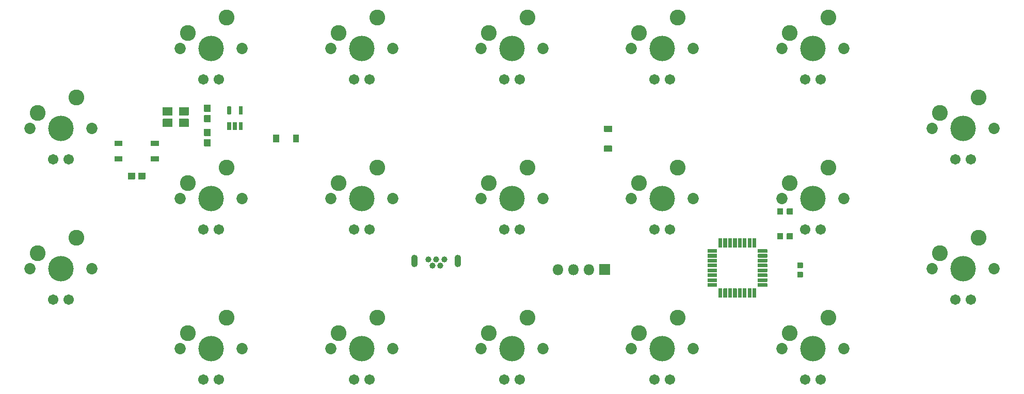
<source format=gbr>
%TF.GenerationSoftware,KiCad,Pcbnew,(5.1.9)-1*%
%TF.CreationDate,2021-03-22T18:36:52-04:00*%
%TF.ProjectId,DSKY_keyboard,44534b59-5f6b-4657-9962-6f6172642e6b,1.0*%
%TF.SameCoordinates,Original*%
%TF.FileFunction,Soldermask,Bot*%
%TF.FilePolarity,Negative*%
%FSLAX46Y46*%
G04 Gerber Fmt 4.6, Leading zero omitted, Abs format (unit mm)*
G04 Created by KiCad (PCBNEW (5.1.9)-1) date 2021-03-22 18:36:52*
%MOMM*%
%LPD*%
G01*
G04 APERTURE LIST*
%ADD10C,1.852600*%
%ADD11C,4.189400*%
%ADD12C,2.603200*%
%ADD13C,1.711200*%
%ADD14O,1.800000X1.800000*%
%ADD15O,1.070000X2.040000*%
%ADD16C,1.008000*%
G04 APERTURE END LIST*
%TO.C,U1*%
G36*
G01*
X185158099Y-98532201D02*
X185158099Y-99994199D01*
G75*
G02*
X185108099Y-100044199I-50000J0D01*
G01*
X184600899Y-100044199D01*
G75*
G02*
X184550899Y-99994199I0J50000D01*
G01*
X184550899Y-98532201D01*
G75*
G02*
X184600899Y-98482201I50000J0D01*
G01*
X185108099Y-98482201D01*
G75*
G02*
X185158099Y-98532201I0J-50000D01*
G01*
G37*
G36*
G01*
X184358099Y-98532201D02*
X184358099Y-99994199D01*
G75*
G02*
X184308099Y-100044199I-50000J0D01*
G01*
X183800899Y-100044199D01*
G75*
G02*
X183750899Y-99994199I0J50000D01*
G01*
X183750899Y-98532201D01*
G75*
G02*
X183800899Y-98482201I50000J0D01*
G01*
X184308099Y-98482201D01*
G75*
G02*
X184358099Y-98532201I0J-50000D01*
G01*
G37*
G36*
G01*
X183558100Y-98532201D02*
X183558100Y-99994199D01*
G75*
G02*
X183508100Y-100044199I-50000J0D01*
G01*
X183000900Y-100044199D01*
G75*
G02*
X182950900Y-99994199I0J50000D01*
G01*
X182950900Y-98532201D01*
G75*
G02*
X183000900Y-98482201I50000J0D01*
G01*
X183508100Y-98482201D01*
G75*
G02*
X183558100Y-98532201I0J-50000D01*
G01*
G37*
G36*
G01*
X182758099Y-98532201D02*
X182758099Y-99994199D01*
G75*
G02*
X182708099Y-100044199I-50000J0D01*
G01*
X182200899Y-100044199D01*
G75*
G02*
X182150899Y-99994199I0J50000D01*
G01*
X182150899Y-98532201D01*
G75*
G02*
X182200899Y-98482201I50000J0D01*
G01*
X182708099Y-98482201D01*
G75*
G02*
X182758099Y-98532201I0J-50000D01*
G01*
G37*
G36*
G01*
X181958101Y-98532201D02*
X181958101Y-99994199D01*
G75*
G02*
X181908101Y-100044199I-50000J0D01*
G01*
X181400901Y-100044199D01*
G75*
G02*
X181350901Y-99994199I0J50000D01*
G01*
X181350901Y-98532201D01*
G75*
G02*
X181400901Y-98482201I50000J0D01*
G01*
X181908101Y-98482201D01*
G75*
G02*
X181958101Y-98532201I0J-50000D01*
G01*
G37*
G36*
G01*
X181158100Y-98532201D02*
X181158100Y-99994199D01*
G75*
G02*
X181108100Y-100044199I-50000J0D01*
G01*
X180600900Y-100044199D01*
G75*
G02*
X180550900Y-99994199I0J50000D01*
G01*
X180550900Y-98532201D01*
G75*
G02*
X180600900Y-98482201I50000J0D01*
G01*
X181108100Y-98482201D01*
G75*
G02*
X181158100Y-98532201I0J-50000D01*
G01*
G37*
G36*
G01*
X180358099Y-98532201D02*
X180358099Y-99994199D01*
G75*
G02*
X180308099Y-100044199I-50000J0D01*
G01*
X179800899Y-100044199D01*
G75*
G02*
X179750899Y-99994199I0J50000D01*
G01*
X179750899Y-98532201D01*
G75*
G02*
X179800899Y-98482201I50000J0D01*
G01*
X180308099Y-98482201D01*
G75*
G02*
X180358099Y-98532201I0J-50000D01*
G01*
G37*
G36*
G01*
X179558101Y-98532201D02*
X179558101Y-99994199D01*
G75*
G02*
X179508101Y-100044199I-50000J0D01*
G01*
X179000901Y-100044199D01*
G75*
G02*
X178950901Y-99994199I0J50000D01*
G01*
X178950901Y-98532201D01*
G75*
G02*
X179000901Y-98482201I50000J0D01*
G01*
X179508101Y-98482201D01*
G75*
G02*
X179558101Y-98532201I0J-50000D01*
G01*
G37*
G36*
G01*
X178670699Y-100881601D02*
X177208701Y-100881601D01*
G75*
G02*
X177158701Y-100831601I0J50000D01*
G01*
X177158701Y-100324401D01*
G75*
G02*
X177208701Y-100274401I50000J0D01*
G01*
X178670699Y-100274401D01*
G75*
G02*
X178720699Y-100324401I0J-50000D01*
G01*
X178720699Y-100831601D01*
G75*
G02*
X178670699Y-100881601I-50000J0D01*
G01*
G37*
G36*
G01*
X178670699Y-101681601D02*
X177208701Y-101681601D01*
G75*
G02*
X177158701Y-101631601I0J50000D01*
G01*
X177158701Y-101124401D01*
G75*
G02*
X177208701Y-101074401I50000J0D01*
G01*
X178670699Y-101074401D01*
G75*
G02*
X178720699Y-101124401I0J-50000D01*
G01*
X178720699Y-101631601D01*
G75*
G02*
X178670699Y-101681601I-50000J0D01*
G01*
G37*
G36*
G01*
X178670699Y-102481600D02*
X177208701Y-102481600D01*
G75*
G02*
X177158701Y-102431600I0J50000D01*
G01*
X177158701Y-101924400D01*
G75*
G02*
X177208701Y-101874400I50000J0D01*
G01*
X178670699Y-101874400D01*
G75*
G02*
X178720699Y-101924400I0J-50000D01*
G01*
X178720699Y-102431600D01*
G75*
G02*
X178670699Y-102481600I-50000J0D01*
G01*
G37*
G36*
G01*
X178670699Y-103281601D02*
X177208701Y-103281601D01*
G75*
G02*
X177158701Y-103231601I0J50000D01*
G01*
X177158701Y-102724401D01*
G75*
G02*
X177208701Y-102674401I50000J0D01*
G01*
X178670699Y-102674401D01*
G75*
G02*
X178720699Y-102724401I0J-50000D01*
G01*
X178720699Y-103231601D01*
G75*
G02*
X178670699Y-103281601I-50000J0D01*
G01*
G37*
G36*
G01*
X178670699Y-104081599D02*
X177208701Y-104081599D01*
G75*
G02*
X177158701Y-104031599I0J50000D01*
G01*
X177158701Y-103524399D01*
G75*
G02*
X177208701Y-103474399I50000J0D01*
G01*
X178670699Y-103474399D01*
G75*
G02*
X178720699Y-103524399I0J-50000D01*
G01*
X178720699Y-104031599D01*
G75*
G02*
X178670699Y-104081599I-50000J0D01*
G01*
G37*
G36*
G01*
X178670699Y-104881600D02*
X177208701Y-104881600D01*
G75*
G02*
X177158701Y-104831600I0J50000D01*
G01*
X177158701Y-104324400D01*
G75*
G02*
X177208701Y-104274400I50000J0D01*
G01*
X178670699Y-104274400D01*
G75*
G02*
X178720699Y-104324400I0J-50000D01*
G01*
X178720699Y-104831600D01*
G75*
G02*
X178670699Y-104881600I-50000J0D01*
G01*
G37*
G36*
G01*
X178670699Y-105681601D02*
X177208701Y-105681601D01*
G75*
G02*
X177158701Y-105631601I0J50000D01*
G01*
X177158701Y-105124401D01*
G75*
G02*
X177208701Y-105074401I50000J0D01*
G01*
X178670699Y-105074401D01*
G75*
G02*
X178720699Y-105124401I0J-50000D01*
G01*
X178720699Y-105631601D01*
G75*
G02*
X178670699Y-105681601I-50000J0D01*
G01*
G37*
G36*
G01*
X178670699Y-106481599D02*
X177208701Y-106481599D01*
G75*
G02*
X177158701Y-106431599I0J50000D01*
G01*
X177158701Y-105924399D01*
G75*
G02*
X177208701Y-105874399I50000J0D01*
G01*
X178670699Y-105874399D01*
G75*
G02*
X178720699Y-105924399I0J-50000D01*
G01*
X178720699Y-106431599D01*
G75*
G02*
X178670699Y-106481599I-50000J0D01*
G01*
G37*
G36*
G01*
X179558101Y-106761801D02*
X179558101Y-108223799D01*
G75*
G02*
X179508101Y-108273799I-50000J0D01*
G01*
X179000901Y-108273799D01*
G75*
G02*
X178950901Y-108223799I0J50000D01*
G01*
X178950901Y-106761801D01*
G75*
G02*
X179000901Y-106711801I50000J0D01*
G01*
X179508101Y-106711801D01*
G75*
G02*
X179558101Y-106761801I0J-50000D01*
G01*
G37*
G36*
G01*
X180358101Y-106761801D02*
X180358101Y-108223799D01*
G75*
G02*
X180308101Y-108273799I-50000J0D01*
G01*
X179800901Y-108273799D01*
G75*
G02*
X179750901Y-108223799I0J50000D01*
G01*
X179750901Y-106761801D01*
G75*
G02*
X179800901Y-106711801I50000J0D01*
G01*
X180308101Y-106711801D01*
G75*
G02*
X180358101Y-106761801I0J-50000D01*
G01*
G37*
G36*
G01*
X181158100Y-106761801D02*
X181158100Y-108223799D01*
G75*
G02*
X181108100Y-108273799I-50000J0D01*
G01*
X180600900Y-108273799D01*
G75*
G02*
X180550900Y-108223799I0J50000D01*
G01*
X180550900Y-106761801D01*
G75*
G02*
X180600900Y-106711801I50000J0D01*
G01*
X181108100Y-106711801D01*
G75*
G02*
X181158100Y-106761801I0J-50000D01*
G01*
G37*
G36*
G01*
X181958101Y-106761801D02*
X181958101Y-108223799D01*
G75*
G02*
X181908101Y-108273799I-50000J0D01*
G01*
X181400901Y-108273799D01*
G75*
G02*
X181350901Y-108223799I0J50000D01*
G01*
X181350901Y-106761801D01*
G75*
G02*
X181400901Y-106711801I50000J0D01*
G01*
X181908101Y-106711801D01*
G75*
G02*
X181958101Y-106761801I0J-50000D01*
G01*
G37*
G36*
G01*
X182758099Y-106761801D02*
X182758099Y-108223799D01*
G75*
G02*
X182708099Y-108273799I-50000J0D01*
G01*
X182200899Y-108273799D01*
G75*
G02*
X182150899Y-108223799I0J50000D01*
G01*
X182150899Y-106761801D01*
G75*
G02*
X182200899Y-106711801I50000J0D01*
G01*
X182708099Y-106711801D01*
G75*
G02*
X182758099Y-106761801I0J-50000D01*
G01*
G37*
G36*
G01*
X183558100Y-106761801D02*
X183558100Y-108223799D01*
G75*
G02*
X183508100Y-108273799I-50000J0D01*
G01*
X183000900Y-108273799D01*
G75*
G02*
X182950900Y-108223799I0J50000D01*
G01*
X182950900Y-106761801D01*
G75*
G02*
X183000900Y-106711801I50000J0D01*
G01*
X183508100Y-106711801D01*
G75*
G02*
X183558100Y-106761801I0J-50000D01*
G01*
G37*
G36*
G01*
X184358101Y-106761801D02*
X184358101Y-108223799D01*
G75*
G02*
X184308101Y-108273799I-50000J0D01*
G01*
X183800901Y-108273799D01*
G75*
G02*
X183750901Y-108223799I0J50000D01*
G01*
X183750901Y-106761801D01*
G75*
G02*
X183800901Y-106711801I50000J0D01*
G01*
X184308101Y-106711801D01*
G75*
G02*
X184358101Y-106761801I0J-50000D01*
G01*
G37*
G36*
G01*
X185158099Y-106761801D02*
X185158099Y-108223799D01*
G75*
G02*
X185108099Y-108273799I-50000J0D01*
G01*
X184600899Y-108273799D01*
G75*
G02*
X184550899Y-108223799I0J50000D01*
G01*
X184550899Y-106761801D01*
G75*
G02*
X184600899Y-106711801I50000J0D01*
G01*
X185108099Y-106711801D01*
G75*
G02*
X185158099Y-106761801I0J-50000D01*
G01*
G37*
G36*
G01*
X186900299Y-106481599D02*
X185438301Y-106481599D01*
G75*
G02*
X185388301Y-106431599I0J50000D01*
G01*
X185388301Y-105924399D01*
G75*
G02*
X185438301Y-105874399I50000J0D01*
G01*
X186900299Y-105874399D01*
G75*
G02*
X186950299Y-105924399I0J-50000D01*
G01*
X186950299Y-106431599D01*
G75*
G02*
X186900299Y-106481599I-50000J0D01*
G01*
G37*
G36*
G01*
X186900299Y-105681599D02*
X185438301Y-105681599D01*
G75*
G02*
X185388301Y-105631599I0J50000D01*
G01*
X185388301Y-105124399D01*
G75*
G02*
X185438301Y-105074399I50000J0D01*
G01*
X186900299Y-105074399D01*
G75*
G02*
X186950299Y-105124399I0J-50000D01*
G01*
X186950299Y-105631599D01*
G75*
G02*
X186900299Y-105681599I-50000J0D01*
G01*
G37*
G36*
G01*
X186900299Y-104881600D02*
X185438301Y-104881600D01*
G75*
G02*
X185388301Y-104831600I0J50000D01*
G01*
X185388301Y-104324400D01*
G75*
G02*
X185438301Y-104274400I50000J0D01*
G01*
X186900299Y-104274400D01*
G75*
G02*
X186950299Y-104324400I0J-50000D01*
G01*
X186950299Y-104831600D01*
G75*
G02*
X186900299Y-104881600I-50000J0D01*
G01*
G37*
G36*
G01*
X186900299Y-104081599D02*
X185438301Y-104081599D01*
G75*
G02*
X185388301Y-104031599I0J50000D01*
G01*
X185388301Y-103524399D01*
G75*
G02*
X185438301Y-103474399I50000J0D01*
G01*
X186900299Y-103474399D01*
G75*
G02*
X186950299Y-103524399I0J-50000D01*
G01*
X186950299Y-104031599D01*
G75*
G02*
X186900299Y-104081599I-50000J0D01*
G01*
G37*
G36*
G01*
X186900299Y-103281601D02*
X185438301Y-103281601D01*
G75*
G02*
X185388301Y-103231601I0J50000D01*
G01*
X185388301Y-102724401D01*
G75*
G02*
X185438301Y-102674401I50000J0D01*
G01*
X186900299Y-102674401D01*
G75*
G02*
X186950299Y-102724401I0J-50000D01*
G01*
X186950299Y-103231601D01*
G75*
G02*
X186900299Y-103281601I-50000J0D01*
G01*
G37*
G36*
G01*
X186900299Y-102481600D02*
X185438301Y-102481600D01*
G75*
G02*
X185388301Y-102431600I0J50000D01*
G01*
X185388301Y-101924400D01*
G75*
G02*
X185438301Y-101874400I50000J0D01*
G01*
X186900299Y-101874400D01*
G75*
G02*
X186950299Y-101924400I0J-50000D01*
G01*
X186950299Y-102431600D01*
G75*
G02*
X186900299Y-102481600I-50000J0D01*
G01*
G37*
G36*
G01*
X186900299Y-101681599D02*
X185438301Y-101681599D01*
G75*
G02*
X185388301Y-101631599I0J50000D01*
G01*
X185388301Y-101124399D01*
G75*
G02*
X185438301Y-101074399I50000J0D01*
G01*
X186900299Y-101074399D01*
G75*
G02*
X186950299Y-101124399I0J-50000D01*
G01*
X186950299Y-101631599D01*
G75*
G02*
X186900299Y-101681599I-50000J0D01*
G01*
G37*
G36*
G01*
X186900299Y-100881601D02*
X185438301Y-100881601D01*
G75*
G02*
X185388301Y-100831601I0J50000D01*
G01*
X185388301Y-100324401D01*
G75*
G02*
X185438301Y-100274401I50000J0D01*
G01*
X186900299Y-100274401D01*
G75*
G02*
X186950299Y-100324401I0J-50000D01*
G01*
X186950299Y-100831601D01*
G75*
G02*
X186900299Y-100881601I-50000J0D01*
G01*
G37*
%TD*%
D10*
%TO.C,SW8*%
X66019500Y-103477000D03*
X76179500Y-103477000D03*
D11*
X71099500Y-103477000D03*
D12*
X67289500Y-100937000D03*
X73639500Y-98397000D03*
D13*
X72369500Y-108557000D03*
X69829500Y-108557000D03*
%TD*%
%TO.C,U2*%
G36*
G01*
X79902500Y-82481000D02*
X81102500Y-82481000D01*
G75*
G02*
X81152500Y-82531000I0J-50000D01*
G01*
X81152500Y-83331000D01*
G75*
G02*
X81102500Y-83381000I-50000J0D01*
G01*
X79902500Y-83381000D01*
G75*
G02*
X79852500Y-83331000I0J50000D01*
G01*
X79852500Y-82531000D01*
G75*
G02*
X79902500Y-82481000I50000J0D01*
G01*
G37*
G36*
G01*
X85902500Y-82481000D02*
X87102500Y-82481000D01*
G75*
G02*
X87152500Y-82531000I0J-50000D01*
G01*
X87152500Y-83331000D01*
G75*
G02*
X87102500Y-83381000I-50000J0D01*
G01*
X85902500Y-83381000D01*
G75*
G02*
X85852500Y-83331000I0J50000D01*
G01*
X85852500Y-82531000D01*
G75*
G02*
X85902500Y-82481000I50000J0D01*
G01*
G37*
G36*
G01*
X85902500Y-85021000D02*
X87102500Y-85021000D01*
G75*
G02*
X87152500Y-85071000I0J-50000D01*
G01*
X87152500Y-85871000D01*
G75*
G02*
X87102500Y-85921000I-50000J0D01*
G01*
X85902500Y-85921000D01*
G75*
G02*
X85852500Y-85871000I0J50000D01*
G01*
X85852500Y-85071000D01*
G75*
G02*
X85902500Y-85021000I50000J0D01*
G01*
G37*
G36*
G01*
X79902500Y-85021000D02*
X81102500Y-85021000D01*
G75*
G02*
X81152500Y-85071000I0J-50000D01*
G01*
X81152500Y-85871000D01*
G75*
G02*
X81102500Y-85921000I-50000J0D01*
G01*
X79902500Y-85921000D01*
G75*
G02*
X79852500Y-85871000I0J50000D01*
G01*
X79852500Y-85071000D01*
G75*
G02*
X79902500Y-85021000I50000J0D01*
G01*
G37*
%TD*%
D10*
%TO.C,SW15*%
X90683300Y-116593000D03*
X100843300Y-116593000D03*
D11*
X95763300Y-116593000D03*
D12*
X91953300Y-114053000D03*
X98303300Y-111513000D03*
D13*
X97033300Y-121673000D03*
X94493300Y-121673000D03*
%TD*%
D10*
%TO.C,SW19*%
X189338500Y-116593000D03*
X199498500Y-116593000D03*
D11*
X194418500Y-116593000D03*
D12*
X190608500Y-114053000D03*
X196958500Y-111513000D03*
D13*
X195688500Y-121673000D03*
X193148500Y-121673000D03*
%TD*%
D10*
%TO.C,SW14*%
X214002500Y-103477000D03*
X224162500Y-103477000D03*
D11*
X219082500Y-103477000D03*
D12*
X215272500Y-100937000D03*
X221622500Y-98397000D03*
D13*
X220352500Y-108557000D03*
X217812500Y-108557000D03*
%TD*%
D10*
%TO.C,SW5*%
X164674700Y-67323000D03*
X174834700Y-67323000D03*
D11*
X169754700Y-67323000D03*
D12*
X165944700Y-64783000D03*
X172294700Y-62243000D03*
D13*
X171024700Y-72403000D03*
X168484700Y-72403000D03*
%TD*%
D10*
%TO.C,SW2*%
X90683300Y-67323000D03*
X100843300Y-67323000D03*
D11*
X95763300Y-67323000D03*
D12*
X91953300Y-64783000D03*
X98303300Y-62243000D03*
D13*
X97033300Y-72403000D03*
X94493300Y-72403000D03*
%TD*%
D10*
%TO.C,SW1*%
X66019500Y-80439000D03*
X76179500Y-80439000D03*
D11*
X71099500Y-80439000D03*
D12*
X67289500Y-77899000D03*
X73639500Y-75359000D03*
D13*
X72369500Y-85519000D03*
X69829500Y-85519000D03*
%TD*%
D10*
%TO.C,SW18*%
X164674700Y-116593000D03*
X174834700Y-116593000D03*
D11*
X169754700Y-116593000D03*
D12*
X165944700Y-114053000D03*
X172294700Y-111513000D03*
D13*
X171024700Y-121673000D03*
X168484700Y-121673000D03*
%TD*%
D10*
%TO.C,SW17*%
X140010900Y-116593000D03*
X150170900Y-116593000D03*
D11*
X145090900Y-116593000D03*
D12*
X141280900Y-114053000D03*
X147630900Y-111513000D03*
D13*
X146360900Y-121673000D03*
X143820900Y-121673000D03*
%TD*%
D10*
%TO.C,SW16*%
X115347100Y-116593000D03*
X125507100Y-116593000D03*
D11*
X120427100Y-116593000D03*
D12*
X116617100Y-114053000D03*
X122967100Y-111513000D03*
D13*
X121697100Y-121673000D03*
X119157100Y-121673000D03*
%TD*%
D10*
%TO.C,SW13*%
X189338500Y-91958000D03*
X199498500Y-91958000D03*
D11*
X194418500Y-91958000D03*
D12*
X190608500Y-89418000D03*
X196958500Y-86878000D03*
D13*
X195688500Y-97038000D03*
X193148500Y-97038000D03*
%TD*%
D10*
%TO.C,SW12*%
X164674700Y-91958000D03*
X174834700Y-91958000D03*
D11*
X169754700Y-91958000D03*
D12*
X165944700Y-89418000D03*
X172294700Y-86878000D03*
D13*
X171024700Y-97038000D03*
X168484700Y-97038000D03*
%TD*%
D10*
%TO.C,SW11*%
X140010900Y-91958000D03*
X150170900Y-91958000D03*
D11*
X145090900Y-91958000D03*
D12*
X141280900Y-89418000D03*
X147630900Y-86878000D03*
D13*
X146360900Y-97038000D03*
X143820900Y-97038000D03*
%TD*%
D10*
%TO.C,SW10*%
X115347100Y-91958000D03*
X125507100Y-91958000D03*
D11*
X120427100Y-91958000D03*
D12*
X116617100Y-89418000D03*
X122967100Y-86878000D03*
D13*
X121697100Y-97038000D03*
X119157100Y-97038000D03*
%TD*%
D10*
%TO.C,SW9*%
X90683300Y-91958000D03*
X100843300Y-91958000D03*
D11*
X95763300Y-91958000D03*
D12*
X91953300Y-89418000D03*
X98303300Y-86878000D03*
D13*
X97033300Y-97038000D03*
X94493300Y-97038000D03*
%TD*%
D10*
%TO.C,SW7*%
X214002500Y-80439000D03*
X224162500Y-80439000D03*
D11*
X219082500Y-80439000D03*
D12*
X215272500Y-77899000D03*
X221622500Y-75359000D03*
D13*
X220352500Y-85519000D03*
X217812500Y-85519000D03*
%TD*%
D10*
%TO.C,SW6*%
X189338500Y-67323000D03*
X199498500Y-67323000D03*
D11*
X194418500Y-67323000D03*
D12*
X190608500Y-64783000D03*
X196958500Y-62243000D03*
D13*
X195688500Y-72403000D03*
X193148500Y-72403000D03*
%TD*%
D10*
%TO.C,SW4*%
X140010900Y-67323000D03*
X150170900Y-67323000D03*
D11*
X145090900Y-67323000D03*
D12*
X141280900Y-64783000D03*
X147630900Y-62243000D03*
D13*
X146360900Y-72403000D03*
X143820900Y-72403000D03*
%TD*%
D10*
%TO.C,SW3*%
X115347100Y-67323000D03*
X125507100Y-67323000D03*
D11*
X120427100Y-67323000D03*
D12*
X116617100Y-64783000D03*
X122967100Y-62243000D03*
D13*
X121697100Y-72403000D03*
X119157100Y-72403000D03*
%TD*%
%TO.C,U3*%
G36*
G01*
X100907300Y-76903400D02*
X100907300Y-78103400D01*
G75*
G02*
X100856500Y-78154200I-50800J0D01*
G01*
X100306500Y-78154200D01*
G75*
G02*
X100255700Y-78103400I0J50800D01*
G01*
X100255700Y-76903400D01*
G75*
G02*
X100306500Y-76852600I50800J0D01*
G01*
X100856500Y-76852600D01*
G75*
G02*
X100907300Y-76903400I0J-50800D01*
G01*
G37*
G36*
G01*
X99007300Y-76903400D02*
X99007300Y-78103400D01*
G75*
G02*
X98956500Y-78154200I-50800J0D01*
G01*
X98406500Y-78154200D01*
G75*
G02*
X98355700Y-78103400I0J50800D01*
G01*
X98355700Y-76903400D01*
G75*
G02*
X98406500Y-76852600I50800J0D01*
G01*
X98956500Y-76852600D01*
G75*
G02*
X99007300Y-76903400I0J-50800D01*
G01*
G37*
G36*
G01*
X99007300Y-79503600D02*
X99007300Y-80703600D01*
G75*
G02*
X98956500Y-80754400I-50800J0D01*
G01*
X98406500Y-80754400D01*
G75*
G02*
X98355700Y-80703600I0J50800D01*
G01*
X98355700Y-79503600D01*
G75*
G02*
X98406500Y-79452800I50800J0D01*
G01*
X98956500Y-79452800D01*
G75*
G02*
X99007300Y-79503600I0J-50800D01*
G01*
G37*
G36*
G01*
X99957300Y-79503600D02*
X99957300Y-80703600D01*
G75*
G02*
X99906500Y-80754400I-50800J0D01*
G01*
X99356500Y-80754400D01*
G75*
G02*
X99305700Y-80703600I0J50800D01*
G01*
X99305700Y-79503600D01*
G75*
G02*
X99356500Y-79452800I50800J0D01*
G01*
X99906500Y-79452800D01*
G75*
G02*
X99957300Y-79503600I0J-50800D01*
G01*
G37*
G36*
G01*
X100907300Y-79503600D02*
X100907300Y-80703600D01*
G75*
G02*
X100856500Y-80754400I-50800J0D01*
G01*
X100306500Y-80754400D01*
G75*
G02*
X100255700Y-80703600I0J50800D01*
G01*
X100255700Y-79503600D01*
G75*
G02*
X100306500Y-79452800I50800J0D01*
G01*
X100856500Y-79452800D01*
G75*
G02*
X100907300Y-79503600I0J-50800D01*
G01*
G37*
%TD*%
%TO.C,D21*%
G36*
G01*
X192792300Y-104045500D02*
X192792300Y-104845500D01*
G75*
G02*
X192741500Y-104896300I-50800J0D01*
G01*
X191941500Y-104896300D01*
G75*
G02*
X191890700Y-104845500I0J50800D01*
G01*
X191890700Y-104045500D01*
G75*
G02*
X191941500Y-103994700I50800J0D01*
G01*
X192741500Y-103994700D01*
G75*
G02*
X192792300Y-104045500I0J-50800D01*
G01*
G37*
G36*
G01*
X192792300Y-102545500D02*
X192792300Y-103345500D01*
G75*
G02*
X192741500Y-103396300I-50800J0D01*
G01*
X191941500Y-103396300D01*
G75*
G02*
X191890700Y-103345500I0J50800D01*
G01*
X191890700Y-102545500D01*
G75*
G02*
X191941500Y-102494700I50800J0D01*
G01*
X192741500Y-102494700D01*
G75*
G02*
X192792300Y-102545500I0J-50800D01*
G01*
G37*
%TD*%
%TO.C,D20*%
G36*
G01*
X160235500Y-83300700D02*
X161455500Y-83300700D01*
G75*
G02*
X161506300Y-83351500I0J-50800D01*
G01*
X161506300Y-84261500D01*
G75*
G02*
X161455500Y-84312300I-50800J0D01*
G01*
X160235500Y-84312300D01*
G75*
G02*
X160184700Y-84261500I0J50800D01*
G01*
X160184700Y-83351500D01*
G75*
G02*
X160235500Y-83300700I50800J0D01*
G01*
G37*
G36*
G01*
X160235500Y-80025700D02*
X161455500Y-80025700D01*
G75*
G02*
X161506300Y-80076500I0J-50800D01*
G01*
X161506300Y-80986500D01*
G75*
G02*
X161455500Y-81037300I-50800J0D01*
G01*
X160235500Y-81037300D01*
G75*
G02*
X160184700Y-80986500I0J50800D01*
G01*
X160184700Y-80076500D01*
G75*
G02*
X160235500Y-80025700I50800J0D01*
G01*
G37*
%TD*%
%TO.C,C1*%
G36*
G01*
X89332500Y-80233800D02*
X87832500Y-80233800D01*
G75*
G02*
X87781700Y-80183000I0J50800D01*
G01*
X87781700Y-78943000D01*
G75*
G02*
X87832500Y-78892200I50800J0D01*
G01*
X89332500Y-78892200D01*
G75*
G02*
X89383300Y-78943000I0J-50800D01*
G01*
X89383300Y-80183000D01*
G75*
G02*
X89332500Y-80233800I-50800J0D01*
G01*
G37*
G36*
G01*
X89332500Y-78333800D02*
X87832500Y-78333800D01*
G75*
G02*
X87781700Y-78283000I0J50800D01*
G01*
X87781700Y-77043000D01*
G75*
G02*
X87832500Y-76992200I50800J0D01*
G01*
X89332500Y-76992200D01*
G75*
G02*
X89383300Y-77043000I0J-50800D01*
G01*
X89383300Y-78283000D01*
G75*
G02*
X89332500Y-78333800I-50800J0D01*
G01*
G37*
%TD*%
%TO.C,C2*%
G36*
G01*
X90499500Y-78892200D02*
X91999500Y-78892200D01*
G75*
G02*
X92050300Y-78943000I0J-50800D01*
G01*
X92050300Y-80183000D01*
G75*
G02*
X91999500Y-80233800I-50800J0D01*
G01*
X90499500Y-80233800D01*
G75*
G02*
X90448700Y-80183000I0J50800D01*
G01*
X90448700Y-78943000D01*
G75*
G02*
X90499500Y-78892200I50800J0D01*
G01*
G37*
G36*
G01*
X90499500Y-76992200D02*
X91999500Y-76992200D01*
G75*
G02*
X92050300Y-77043000I0J-50800D01*
G01*
X92050300Y-78283000D01*
G75*
G02*
X91999500Y-78333800I-50800J0D01*
G01*
X90499500Y-78333800D01*
G75*
G02*
X90448700Y-78283000I0J50800D01*
G01*
X90448700Y-77043000D01*
G75*
G02*
X90499500Y-76992200I50800J0D01*
G01*
G37*
%TD*%
%TO.C,C3*%
G36*
G01*
X94623000Y-82240200D02*
X95623000Y-82240200D01*
G75*
G02*
X95673800Y-82291000I0J-50800D01*
G01*
X95673800Y-83366000D01*
G75*
G02*
X95623000Y-83416800I-50800J0D01*
G01*
X94623000Y-83416800D01*
G75*
G02*
X94572200Y-83366000I0J50800D01*
G01*
X94572200Y-82291000D01*
G75*
G02*
X94623000Y-82240200I50800J0D01*
G01*
G37*
G36*
G01*
X94623000Y-80540200D02*
X95623000Y-80540200D01*
G75*
G02*
X95673800Y-80591000I0J-50800D01*
G01*
X95673800Y-81666000D01*
G75*
G02*
X95623000Y-81716800I-50800J0D01*
G01*
X94623000Y-81716800D01*
G75*
G02*
X94572200Y-81666000I0J50800D01*
G01*
X94572200Y-80591000D01*
G75*
G02*
X94623000Y-80540200I50800J0D01*
G01*
G37*
%TD*%
%TO.C,J1*%
G36*
G01*
X161124000Y-104532000D02*
X159424000Y-104532000D01*
G75*
G02*
X159374000Y-104482000I0J50000D01*
G01*
X159374000Y-102782000D01*
G75*
G02*
X159424000Y-102732000I50000J0D01*
G01*
X161124000Y-102732000D01*
G75*
G02*
X161174000Y-102782000I0J-50000D01*
G01*
X161174000Y-104482000D01*
G75*
G02*
X161124000Y-104532000I-50000J0D01*
G01*
G37*
D14*
X157734000Y-103632000D03*
X155194000Y-103632000D03*
X152654000Y-103632000D03*
%TD*%
%TO.C,R1*%
G36*
G01*
X94623000Y-76564200D02*
X95623000Y-76564200D01*
G75*
G02*
X95673800Y-76615000I0J-50800D01*
G01*
X95673800Y-77690000D01*
G75*
G02*
X95623000Y-77740800I-50800J0D01*
G01*
X94623000Y-77740800D01*
G75*
G02*
X94572200Y-77690000I0J50800D01*
G01*
X94572200Y-76615000D01*
G75*
G02*
X94623000Y-76564200I50800J0D01*
G01*
G37*
G36*
G01*
X94623000Y-78264200D02*
X95623000Y-78264200D01*
G75*
G02*
X95673800Y-78315000I0J-50800D01*
G01*
X95673800Y-79390000D01*
G75*
G02*
X95623000Y-79440800I-50800J0D01*
G01*
X94623000Y-79440800D01*
G75*
G02*
X94572200Y-79390000I0J50800D01*
G01*
X94572200Y-78315000D01*
G75*
G02*
X94623000Y-78264200I50800J0D01*
G01*
G37*
%TD*%
%TO.C,R2*%
G36*
G01*
X84940800Y-87765000D02*
X84940800Y-88765000D01*
G75*
G02*
X84890000Y-88815800I-50800J0D01*
G01*
X83815000Y-88815800D01*
G75*
G02*
X83764200Y-88765000I0J50800D01*
G01*
X83764200Y-87765000D01*
G75*
G02*
X83815000Y-87714200I50800J0D01*
G01*
X84890000Y-87714200D01*
G75*
G02*
X84940800Y-87765000I0J-50800D01*
G01*
G37*
G36*
G01*
X83240800Y-87765000D02*
X83240800Y-88765000D01*
G75*
G02*
X83190000Y-88815800I-50800J0D01*
G01*
X82115000Y-88815800D01*
G75*
G02*
X82064200Y-88765000I0J50800D01*
G01*
X82064200Y-87765000D01*
G75*
G02*
X82115000Y-87714200I50800J0D01*
G01*
X83190000Y-87714200D01*
G75*
G02*
X83240800Y-87765000I0J-50800D01*
G01*
G37*
%TD*%
%TO.C,SW20*%
G36*
G01*
X191115000Y-94589800D02*
X190215000Y-94589800D01*
G75*
G02*
X190164200Y-94539000I0J50800D01*
G01*
X190164200Y-93639000D01*
G75*
G02*
X190215000Y-93588200I50800J0D01*
G01*
X191115000Y-93588200D01*
G75*
G02*
X191165800Y-93639000I0J-50800D01*
G01*
X191165800Y-94539000D01*
G75*
G02*
X191115000Y-94589800I-50800J0D01*
G01*
G37*
G36*
G01*
X189515000Y-94589800D02*
X188615000Y-94589800D01*
G75*
G02*
X188564200Y-94539000I0J50800D01*
G01*
X188564200Y-93639000D01*
G75*
G02*
X188615000Y-93588200I50800J0D01*
G01*
X189515000Y-93588200D01*
G75*
G02*
X189565800Y-93639000I0J-50800D01*
G01*
X189565800Y-94539000D01*
G75*
G02*
X189515000Y-94589800I-50800J0D01*
G01*
G37*
G36*
G01*
X189515000Y-98689800D02*
X188615000Y-98689800D01*
G75*
G02*
X188564200Y-98639000I0J50800D01*
G01*
X188564200Y-97739000D01*
G75*
G02*
X188615000Y-97688200I50800J0D01*
G01*
X189515000Y-97688200D01*
G75*
G02*
X189565800Y-97739000I0J-50800D01*
G01*
X189565800Y-98639000D01*
G75*
G02*
X189515000Y-98689800I-50800J0D01*
G01*
G37*
G36*
G01*
X191115000Y-98689800D02*
X190215000Y-98689800D01*
G75*
G02*
X190164200Y-98639000I0J50800D01*
G01*
X190164200Y-97739000D01*
G75*
G02*
X190215000Y-97688200I50800J0D01*
G01*
X191115000Y-97688200D01*
G75*
G02*
X191165800Y-97739000I0J-50800D01*
G01*
X191165800Y-98639000D01*
G75*
G02*
X191115000Y-98689800I-50800J0D01*
G01*
G37*
%TD*%
D15*
%TO.C,J2*%
X129076500Y-102203000D03*
X136226500Y-102203000D03*
D16*
X131351500Y-101983000D03*
X132001500Y-102983000D03*
X132651500Y-101983000D03*
X133301500Y-102983000D03*
X133951500Y-101983000D03*
%TD*%
%TO.C,D22*%
G36*
G01*
X105870200Y-82715500D02*
X105870200Y-81495500D01*
G75*
G02*
X105921000Y-81444700I50800J0D01*
G01*
X106831000Y-81444700D01*
G75*
G02*
X106881800Y-81495500I0J-50800D01*
G01*
X106881800Y-82715500D01*
G75*
G02*
X106831000Y-82766300I-50800J0D01*
G01*
X105921000Y-82766300D01*
G75*
G02*
X105870200Y-82715500I0J50800D01*
G01*
G37*
G36*
G01*
X109145200Y-82715500D02*
X109145200Y-81495500D01*
G75*
G02*
X109196000Y-81444700I50800J0D01*
G01*
X110106000Y-81444700D01*
G75*
G02*
X110156800Y-81495500I0J-50800D01*
G01*
X110156800Y-82715500D01*
G75*
G02*
X110106000Y-82766300I-50800J0D01*
G01*
X109196000Y-82766300D01*
G75*
G02*
X109145200Y-82715500I0J50800D01*
G01*
G37*
%TD*%
M02*

</source>
